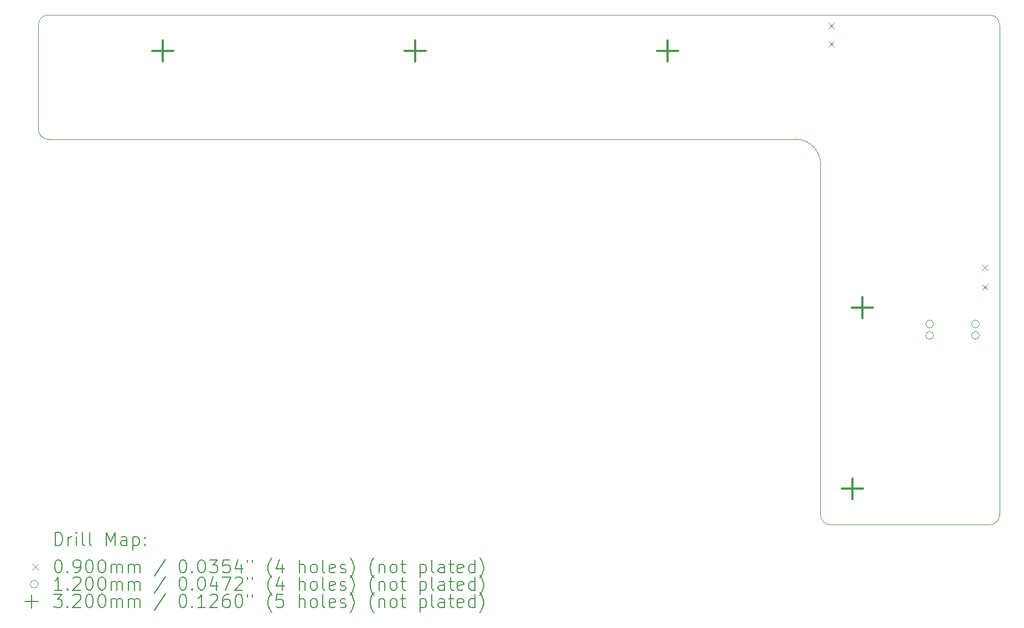
<source format=gbr>
%TF.GenerationSoftware,KiCad,Pcbnew,7.0.8*%
%TF.CreationDate,2023-10-17T10:22:31-07:00*%
%TF.ProjectId,Seismos_CoreL,53656973-6d6f-4735-9f43-6f72654c2e6b,rev?*%
%TF.SameCoordinates,Original*%
%TF.FileFunction,Drillmap*%
%TF.FilePolarity,Positive*%
%FSLAX45Y45*%
G04 Gerber Fmt 4.5, Leading zero omitted, Abs format (unit mm)*
G04 Created by KiCad (PCBNEW 7.0.8) date 2023-10-17 10:22:31*
%MOMM*%
%LPD*%
G01*
G04 APERTURE LIST*
%ADD10C,0.100000*%
%ADD11C,0.200000*%
%ADD12C,0.090000*%
%ADD13C,0.120000*%
%ADD14C,0.320000*%
G04 APERTURE END LIST*
D10*
X15113400Y-9800000D02*
X17550000Y-9800000D01*
X17700000Y-2150000D02*
G75*
G03*
X17550000Y-2000000I-150000J0D01*
G01*
X14963400Y-4281000D02*
X14963400Y-9650000D01*
X14963400Y-9650000D02*
G75*
G03*
X15113400Y-9800000I150000J0D01*
G01*
X3150000Y-3900000D02*
X14582400Y-3900000D01*
X3000000Y-3750000D02*
G75*
G03*
X3150000Y-3900000I150000J0D01*
G01*
X3150000Y-2000000D02*
G75*
G03*
X3000000Y-2150000I0J-150000D01*
G01*
X17700000Y-2150000D02*
X17700000Y-9650000D01*
X17550000Y-9800000D02*
G75*
G03*
X17700000Y-9650000I0J150000D01*
G01*
X14963400Y-4281000D02*
G75*
G03*
X14582400Y-3900000I-381000J0D01*
G01*
X17550000Y-2000000D02*
X3150000Y-2000000D01*
X3000000Y-2150000D02*
X3000000Y-3750000D01*
D11*
D12*
X15083750Y-2119950D02*
X15173750Y-2209950D01*
X15173750Y-2119950D02*
X15083750Y-2209950D01*
X15083750Y-2399950D02*
X15173750Y-2489950D01*
X15173750Y-2399950D02*
X15083750Y-2489950D01*
X17435000Y-5818200D02*
X17525000Y-5908200D01*
X17525000Y-5818200D02*
X17435000Y-5908200D01*
X17435000Y-6118200D02*
X17525000Y-6208200D01*
X17525000Y-6118200D02*
X17435000Y-6208200D01*
D13*
X16693000Y-6727500D02*
G75*
G03*
X16693000Y-6727500I-60000J0D01*
G01*
X16693000Y-6902500D02*
G75*
G03*
X16693000Y-6902500I-60000J0D01*
G01*
X17393000Y-6727500D02*
G75*
G03*
X17393000Y-6727500I-60000J0D01*
G01*
X17393000Y-6902500D02*
G75*
G03*
X17393000Y-6902500I-60000J0D01*
G01*
D14*
X4900000Y-2390000D02*
X4900000Y-2710000D01*
X4740000Y-2550000D02*
X5060000Y-2550000D01*
X8760000Y-2390000D02*
X8760000Y-2710000D01*
X8600000Y-2550000D02*
X8920000Y-2550000D01*
X12620000Y-2390000D02*
X12620000Y-2710000D01*
X12460000Y-2550000D02*
X12780000Y-2550000D01*
X15450000Y-9090000D02*
X15450000Y-9410000D01*
X15290000Y-9250000D02*
X15610000Y-9250000D01*
X15600000Y-6315000D02*
X15600000Y-6635000D01*
X15440000Y-6475000D02*
X15760000Y-6475000D01*
D11*
X3255777Y-10116484D02*
X3255777Y-9916484D01*
X3255777Y-9916484D02*
X3303396Y-9916484D01*
X3303396Y-9916484D02*
X3331967Y-9926008D01*
X3331967Y-9926008D02*
X3351015Y-9945055D01*
X3351015Y-9945055D02*
X3360539Y-9964103D01*
X3360539Y-9964103D02*
X3370062Y-10002198D01*
X3370062Y-10002198D02*
X3370062Y-10030770D01*
X3370062Y-10030770D02*
X3360539Y-10068865D01*
X3360539Y-10068865D02*
X3351015Y-10087912D01*
X3351015Y-10087912D02*
X3331967Y-10106960D01*
X3331967Y-10106960D02*
X3303396Y-10116484D01*
X3303396Y-10116484D02*
X3255777Y-10116484D01*
X3455777Y-10116484D02*
X3455777Y-9983150D01*
X3455777Y-10021246D02*
X3465301Y-10002198D01*
X3465301Y-10002198D02*
X3474824Y-9992674D01*
X3474824Y-9992674D02*
X3493872Y-9983150D01*
X3493872Y-9983150D02*
X3512920Y-9983150D01*
X3579586Y-10116484D02*
X3579586Y-9983150D01*
X3579586Y-9916484D02*
X3570062Y-9926008D01*
X3570062Y-9926008D02*
X3579586Y-9935531D01*
X3579586Y-9935531D02*
X3589110Y-9926008D01*
X3589110Y-9926008D02*
X3579586Y-9916484D01*
X3579586Y-9916484D02*
X3579586Y-9935531D01*
X3703396Y-10116484D02*
X3684348Y-10106960D01*
X3684348Y-10106960D02*
X3674824Y-10087912D01*
X3674824Y-10087912D02*
X3674824Y-9916484D01*
X3808158Y-10116484D02*
X3789110Y-10106960D01*
X3789110Y-10106960D02*
X3779586Y-10087912D01*
X3779586Y-10087912D02*
X3779586Y-9916484D01*
X4036729Y-10116484D02*
X4036729Y-9916484D01*
X4036729Y-9916484D02*
X4103396Y-10059341D01*
X4103396Y-10059341D02*
X4170062Y-9916484D01*
X4170062Y-9916484D02*
X4170062Y-10116484D01*
X4351015Y-10116484D02*
X4351015Y-10011722D01*
X4351015Y-10011722D02*
X4341491Y-9992674D01*
X4341491Y-9992674D02*
X4322444Y-9983150D01*
X4322444Y-9983150D02*
X4284348Y-9983150D01*
X4284348Y-9983150D02*
X4265301Y-9992674D01*
X4351015Y-10106960D02*
X4331967Y-10116484D01*
X4331967Y-10116484D02*
X4284348Y-10116484D01*
X4284348Y-10116484D02*
X4265301Y-10106960D01*
X4265301Y-10106960D02*
X4255777Y-10087912D01*
X4255777Y-10087912D02*
X4255777Y-10068865D01*
X4255777Y-10068865D02*
X4265301Y-10049817D01*
X4265301Y-10049817D02*
X4284348Y-10040293D01*
X4284348Y-10040293D02*
X4331967Y-10040293D01*
X4331967Y-10040293D02*
X4351015Y-10030770D01*
X4446253Y-9983150D02*
X4446253Y-10183150D01*
X4446253Y-9992674D02*
X4465301Y-9983150D01*
X4465301Y-9983150D02*
X4503396Y-9983150D01*
X4503396Y-9983150D02*
X4522444Y-9992674D01*
X4522444Y-9992674D02*
X4531967Y-10002198D01*
X4531967Y-10002198D02*
X4541491Y-10021246D01*
X4541491Y-10021246D02*
X4541491Y-10078389D01*
X4541491Y-10078389D02*
X4531967Y-10097436D01*
X4531967Y-10097436D02*
X4522444Y-10106960D01*
X4522444Y-10106960D02*
X4503396Y-10116484D01*
X4503396Y-10116484D02*
X4465301Y-10116484D01*
X4465301Y-10116484D02*
X4446253Y-10106960D01*
X4627205Y-10097436D02*
X4636729Y-10106960D01*
X4636729Y-10106960D02*
X4627205Y-10116484D01*
X4627205Y-10116484D02*
X4617682Y-10106960D01*
X4617682Y-10106960D02*
X4627205Y-10097436D01*
X4627205Y-10097436D02*
X4627205Y-10116484D01*
X4627205Y-9992674D02*
X4636729Y-10002198D01*
X4636729Y-10002198D02*
X4627205Y-10011722D01*
X4627205Y-10011722D02*
X4617682Y-10002198D01*
X4617682Y-10002198D02*
X4627205Y-9992674D01*
X4627205Y-9992674D02*
X4627205Y-10011722D01*
D12*
X2905000Y-10400000D02*
X2995000Y-10490000D01*
X2995000Y-10400000D02*
X2905000Y-10490000D01*
D11*
X3293872Y-10336484D02*
X3312920Y-10336484D01*
X3312920Y-10336484D02*
X3331967Y-10346008D01*
X3331967Y-10346008D02*
X3341491Y-10355531D01*
X3341491Y-10355531D02*
X3351015Y-10374579D01*
X3351015Y-10374579D02*
X3360539Y-10412674D01*
X3360539Y-10412674D02*
X3360539Y-10460293D01*
X3360539Y-10460293D02*
X3351015Y-10498389D01*
X3351015Y-10498389D02*
X3341491Y-10517436D01*
X3341491Y-10517436D02*
X3331967Y-10526960D01*
X3331967Y-10526960D02*
X3312920Y-10536484D01*
X3312920Y-10536484D02*
X3293872Y-10536484D01*
X3293872Y-10536484D02*
X3274824Y-10526960D01*
X3274824Y-10526960D02*
X3265301Y-10517436D01*
X3265301Y-10517436D02*
X3255777Y-10498389D01*
X3255777Y-10498389D02*
X3246253Y-10460293D01*
X3246253Y-10460293D02*
X3246253Y-10412674D01*
X3246253Y-10412674D02*
X3255777Y-10374579D01*
X3255777Y-10374579D02*
X3265301Y-10355531D01*
X3265301Y-10355531D02*
X3274824Y-10346008D01*
X3274824Y-10346008D02*
X3293872Y-10336484D01*
X3446253Y-10517436D02*
X3455777Y-10526960D01*
X3455777Y-10526960D02*
X3446253Y-10536484D01*
X3446253Y-10536484D02*
X3436729Y-10526960D01*
X3436729Y-10526960D02*
X3446253Y-10517436D01*
X3446253Y-10517436D02*
X3446253Y-10536484D01*
X3551015Y-10536484D02*
X3589110Y-10536484D01*
X3589110Y-10536484D02*
X3608158Y-10526960D01*
X3608158Y-10526960D02*
X3617682Y-10517436D01*
X3617682Y-10517436D02*
X3636729Y-10488865D01*
X3636729Y-10488865D02*
X3646253Y-10450770D01*
X3646253Y-10450770D02*
X3646253Y-10374579D01*
X3646253Y-10374579D02*
X3636729Y-10355531D01*
X3636729Y-10355531D02*
X3627205Y-10346008D01*
X3627205Y-10346008D02*
X3608158Y-10336484D01*
X3608158Y-10336484D02*
X3570062Y-10336484D01*
X3570062Y-10336484D02*
X3551015Y-10346008D01*
X3551015Y-10346008D02*
X3541491Y-10355531D01*
X3541491Y-10355531D02*
X3531967Y-10374579D01*
X3531967Y-10374579D02*
X3531967Y-10422198D01*
X3531967Y-10422198D02*
X3541491Y-10441246D01*
X3541491Y-10441246D02*
X3551015Y-10450770D01*
X3551015Y-10450770D02*
X3570062Y-10460293D01*
X3570062Y-10460293D02*
X3608158Y-10460293D01*
X3608158Y-10460293D02*
X3627205Y-10450770D01*
X3627205Y-10450770D02*
X3636729Y-10441246D01*
X3636729Y-10441246D02*
X3646253Y-10422198D01*
X3770062Y-10336484D02*
X3789110Y-10336484D01*
X3789110Y-10336484D02*
X3808158Y-10346008D01*
X3808158Y-10346008D02*
X3817682Y-10355531D01*
X3817682Y-10355531D02*
X3827205Y-10374579D01*
X3827205Y-10374579D02*
X3836729Y-10412674D01*
X3836729Y-10412674D02*
X3836729Y-10460293D01*
X3836729Y-10460293D02*
X3827205Y-10498389D01*
X3827205Y-10498389D02*
X3817682Y-10517436D01*
X3817682Y-10517436D02*
X3808158Y-10526960D01*
X3808158Y-10526960D02*
X3789110Y-10536484D01*
X3789110Y-10536484D02*
X3770062Y-10536484D01*
X3770062Y-10536484D02*
X3751015Y-10526960D01*
X3751015Y-10526960D02*
X3741491Y-10517436D01*
X3741491Y-10517436D02*
X3731967Y-10498389D01*
X3731967Y-10498389D02*
X3722443Y-10460293D01*
X3722443Y-10460293D02*
X3722443Y-10412674D01*
X3722443Y-10412674D02*
X3731967Y-10374579D01*
X3731967Y-10374579D02*
X3741491Y-10355531D01*
X3741491Y-10355531D02*
X3751015Y-10346008D01*
X3751015Y-10346008D02*
X3770062Y-10336484D01*
X3960539Y-10336484D02*
X3979586Y-10336484D01*
X3979586Y-10336484D02*
X3998634Y-10346008D01*
X3998634Y-10346008D02*
X4008158Y-10355531D01*
X4008158Y-10355531D02*
X4017682Y-10374579D01*
X4017682Y-10374579D02*
X4027205Y-10412674D01*
X4027205Y-10412674D02*
X4027205Y-10460293D01*
X4027205Y-10460293D02*
X4017682Y-10498389D01*
X4017682Y-10498389D02*
X4008158Y-10517436D01*
X4008158Y-10517436D02*
X3998634Y-10526960D01*
X3998634Y-10526960D02*
X3979586Y-10536484D01*
X3979586Y-10536484D02*
X3960539Y-10536484D01*
X3960539Y-10536484D02*
X3941491Y-10526960D01*
X3941491Y-10526960D02*
X3931967Y-10517436D01*
X3931967Y-10517436D02*
X3922443Y-10498389D01*
X3922443Y-10498389D02*
X3912920Y-10460293D01*
X3912920Y-10460293D02*
X3912920Y-10412674D01*
X3912920Y-10412674D02*
X3922443Y-10374579D01*
X3922443Y-10374579D02*
X3931967Y-10355531D01*
X3931967Y-10355531D02*
X3941491Y-10346008D01*
X3941491Y-10346008D02*
X3960539Y-10336484D01*
X4112920Y-10536484D02*
X4112920Y-10403150D01*
X4112920Y-10422198D02*
X4122443Y-10412674D01*
X4122443Y-10412674D02*
X4141491Y-10403150D01*
X4141491Y-10403150D02*
X4170063Y-10403150D01*
X4170063Y-10403150D02*
X4189110Y-10412674D01*
X4189110Y-10412674D02*
X4198634Y-10431722D01*
X4198634Y-10431722D02*
X4198634Y-10536484D01*
X4198634Y-10431722D02*
X4208158Y-10412674D01*
X4208158Y-10412674D02*
X4227205Y-10403150D01*
X4227205Y-10403150D02*
X4255777Y-10403150D01*
X4255777Y-10403150D02*
X4274825Y-10412674D01*
X4274825Y-10412674D02*
X4284348Y-10431722D01*
X4284348Y-10431722D02*
X4284348Y-10536484D01*
X4379586Y-10536484D02*
X4379586Y-10403150D01*
X4379586Y-10422198D02*
X4389110Y-10412674D01*
X4389110Y-10412674D02*
X4408158Y-10403150D01*
X4408158Y-10403150D02*
X4436729Y-10403150D01*
X4436729Y-10403150D02*
X4455777Y-10412674D01*
X4455777Y-10412674D02*
X4465301Y-10431722D01*
X4465301Y-10431722D02*
X4465301Y-10536484D01*
X4465301Y-10431722D02*
X4474825Y-10412674D01*
X4474825Y-10412674D02*
X4493872Y-10403150D01*
X4493872Y-10403150D02*
X4522444Y-10403150D01*
X4522444Y-10403150D02*
X4541491Y-10412674D01*
X4541491Y-10412674D02*
X4551015Y-10431722D01*
X4551015Y-10431722D02*
X4551015Y-10536484D01*
X4941491Y-10326960D02*
X4770063Y-10584103D01*
X5198634Y-10336484D02*
X5217682Y-10336484D01*
X5217682Y-10336484D02*
X5236729Y-10346008D01*
X5236729Y-10346008D02*
X5246253Y-10355531D01*
X5246253Y-10355531D02*
X5255777Y-10374579D01*
X5255777Y-10374579D02*
X5265301Y-10412674D01*
X5265301Y-10412674D02*
X5265301Y-10460293D01*
X5265301Y-10460293D02*
X5255777Y-10498389D01*
X5255777Y-10498389D02*
X5246253Y-10517436D01*
X5246253Y-10517436D02*
X5236729Y-10526960D01*
X5236729Y-10526960D02*
X5217682Y-10536484D01*
X5217682Y-10536484D02*
X5198634Y-10536484D01*
X5198634Y-10536484D02*
X5179587Y-10526960D01*
X5179587Y-10526960D02*
X5170063Y-10517436D01*
X5170063Y-10517436D02*
X5160539Y-10498389D01*
X5160539Y-10498389D02*
X5151015Y-10460293D01*
X5151015Y-10460293D02*
X5151015Y-10412674D01*
X5151015Y-10412674D02*
X5160539Y-10374579D01*
X5160539Y-10374579D02*
X5170063Y-10355531D01*
X5170063Y-10355531D02*
X5179587Y-10346008D01*
X5179587Y-10346008D02*
X5198634Y-10336484D01*
X5351015Y-10517436D02*
X5360539Y-10526960D01*
X5360539Y-10526960D02*
X5351015Y-10536484D01*
X5351015Y-10536484D02*
X5341491Y-10526960D01*
X5341491Y-10526960D02*
X5351015Y-10517436D01*
X5351015Y-10517436D02*
X5351015Y-10536484D01*
X5484348Y-10336484D02*
X5503396Y-10336484D01*
X5503396Y-10336484D02*
X5522444Y-10346008D01*
X5522444Y-10346008D02*
X5531968Y-10355531D01*
X5531968Y-10355531D02*
X5541491Y-10374579D01*
X5541491Y-10374579D02*
X5551015Y-10412674D01*
X5551015Y-10412674D02*
X5551015Y-10460293D01*
X5551015Y-10460293D02*
X5541491Y-10498389D01*
X5541491Y-10498389D02*
X5531968Y-10517436D01*
X5531968Y-10517436D02*
X5522444Y-10526960D01*
X5522444Y-10526960D02*
X5503396Y-10536484D01*
X5503396Y-10536484D02*
X5484348Y-10536484D01*
X5484348Y-10536484D02*
X5465301Y-10526960D01*
X5465301Y-10526960D02*
X5455777Y-10517436D01*
X5455777Y-10517436D02*
X5446253Y-10498389D01*
X5446253Y-10498389D02*
X5436729Y-10460293D01*
X5436729Y-10460293D02*
X5436729Y-10412674D01*
X5436729Y-10412674D02*
X5446253Y-10374579D01*
X5446253Y-10374579D02*
X5455777Y-10355531D01*
X5455777Y-10355531D02*
X5465301Y-10346008D01*
X5465301Y-10346008D02*
X5484348Y-10336484D01*
X5617682Y-10336484D02*
X5741491Y-10336484D01*
X5741491Y-10336484D02*
X5674825Y-10412674D01*
X5674825Y-10412674D02*
X5703396Y-10412674D01*
X5703396Y-10412674D02*
X5722444Y-10422198D01*
X5722444Y-10422198D02*
X5731967Y-10431722D01*
X5731967Y-10431722D02*
X5741491Y-10450770D01*
X5741491Y-10450770D02*
X5741491Y-10498389D01*
X5741491Y-10498389D02*
X5731967Y-10517436D01*
X5731967Y-10517436D02*
X5722444Y-10526960D01*
X5722444Y-10526960D02*
X5703396Y-10536484D01*
X5703396Y-10536484D02*
X5646253Y-10536484D01*
X5646253Y-10536484D02*
X5627206Y-10526960D01*
X5627206Y-10526960D02*
X5617682Y-10517436D01*
X5922444Y-10336484D02*
X5827206Y-10336484D01*
X5827206Y-10336484D02*
X5817682Y-10431722D01*
X5817682Y-10431722D02*
X5827206Y-10422198D01*
X5827206Y-10422198D02*
X5846253Y-10412674D01*
X5846253Y-10412674D02*
X5893872Y-10412674D01*
X5893872Y-10412674D02*
X5912920Y-10422198D01*
X5912920Y-10422198D02*
X5922444Y-10431722D01*
X5922444Y-10431722D02*
X5931967Y-10450770D01*
X5931967Y-10450770D02*
X5931967Y-10498389D01*
X5931967Y-10498389D02*
X5922444Y-10517436D01*
X5922444Y-10517436D02*
X5912920Y-10526960D01*
X5912920Y-10526960D02*
X5893872Y-10536484D01*
X5893872Y-10536484D02*
X5846253Y-10536484D01*
X5846253Y-10536484D02*
X5827206Y-10526960D01*
X5827206Y-10526960D02*
X5817682Y-10517436D01*
X6103396Y-10403150D02*
X6103396Y-10536484D01*
X6055777Y-10326960D02*
X6008158Y-10469817D01*
X6008158Y-10469817D02*
X6131967Y-10469817D01*
X6198634Y-10336484D02*
X6198634Y-10374579D01*
X6274825Y-10336484D02*
X6274825Y-10374579D01*
X6570063Y-10612674D02*
X6560539Y-10603150D01*
X6560539Y-10603150D02*
X6541491Y-10574579D01*
X6541491Y-10574579D02*
X6531968Y-10555531D01*
X6531968Y-10555531D02*
X6522444Y-10526960D01*
X6522444Y-10526960D02*
X6512920Y-10479341D01*
X6512920Y-10479341D02*
X6512920Y-10441246D01*
X6512920Y-10441246D02*
X6522444Y-10393627D01*
X6522444Y-10393627D02*
X6531968Y-10365055D01*
X6531968Y-10365055D02*
X6541491Y-10346008D01*
X6541491Y-10346008D02*
X6560539Y-10317436D01*
X6560539Y-10317436D02*
X6570063Y-10307912D01*
X6731968Y-10403150D02*
X6731968Y-10536484D01*
X6684348Y-10326960D02*
X6636729Y-10469817D01*
X6636729Y-10469817D02*
X6760539Y-10469817D01*
X6989110Y-10536484D02*
X6989110Y-10336484D01*
X7074825Y-10536484D02*
X7074825Y-10431722D01*
X7074825Y-10431722D02*
X7065301Y-10412674D01*
X7065301Y-10412674D02*
X7046253Y-10403150D01*
X7046253Y-10403150D02*
X7017682Y-10403150D01*
X7017682Y-10403150D02*
X6998634Y-10412674D01*
X6998634Y-10412674D02*
X6989110Y-10422198D01*
X7198634Y-10536484D02*
X7179587Y-10526960D01*
X7179587Y-10526960D02*
X7170063Y-10517436D01*
X7170063Y-10517436D02*
X7160539Y-10498389D01*
X7160539Y-10498389D02*
X7160539Y-10441246D01*
X7160539Y-10441246D02*
X7170063Y-10422198D01*
X7170063Y-10422198D02*
X7179587Y-10412674D01*
X7179587Y-10412674D02*
X7198634Y-10403150D01*
X7198634Y-10403150D02*
X7227206Y-10403150D01*
X7227206Y-10403150D02*
X7246253Y-10412674D01*
X7246253Y-10412674D02*
X7255777Y-10422198D01*
X7255777Y-10422198D02*
X7265301Y-10441246D01*
X7265301Y-10441246D02*
X7265301Y-10498389D01*
X7265301Y-10498389D02*
X7255777Y-10517436D01*
X7255777Y-10517436D02*
X7246253Y-10526960D01*
X7246253Y-10526960D02*
X7227206Y-10536484D01*
X7227206Y-10536484D02*
X7198634Y-10536484D01*
X7379587Y-10536484D02*
X7360539Y-10526960D01*
X7360539Y-10526960D02*
X7351015Y-10507912D01*
X7351015Y-10507912D02*
X7351015Y-10336484D01*
X7531968Y-10526960D02*
X7512920Y-10536484D01*
X7512920Y-10536484D02*
X7474825Y-10536484D01*
X7474825Y-10536484D02*
X7455777Y-10526960D01*
X7455777Y-10526960D02*
X7446253Y-10507912D01*
X7446253Y-10507912D02*
X7446253Y-10431722D01*
X7446253Y-10431722D02*
X7455777Y-10412674D01*
X7455777Y-10412674D02*
X7474825Y-10403150D01*
X7474825Y-10403150D02*
X7512920Y-10403150D01*
X7512920Y-10403150D02*
X7531968Y-10412674D01*
X7531968Y-10412674D02*
X7541491Y-10431722D01*
X7541491Y-10431722D02*
X7541491Y-10450770D01*
X7541491Y-10450770D02*
X7446253Y-10469817D01*
X7617682Y-10526960D02*
X7636730Y-10536484D01*
X7636730Y-10536484D02*
X7674825Y-10536484D01*
X7674825Y-10536484D02*
X7693872Y-10526960D01*
X7693872Y-10526960D02*
X7703396Y-10507912D01*
X7703396Y-10507912D02*
X7703396Y-10498389D01*
X7703396Y-10498389D02*
X7693872Y-10479341D01*
X7693872Y-10479341D02*
X7674825Y-10469817D01*
X7674825Y-10469817D02*
X7646253Y-10469817D01*
X7646253Y-10469817D02*
X7627206Y-10460293D01*
X7627206Y-10460293D02*
X7617682Y-10441246D01*
X7617682Y-10441246D02*
X7617682Y-10431722D01*
X7617682Y-10431722D02*
X7627206Y-10412674D01*
X7627206Y-10412674D02*
X7646253Y-10403150D01*
X7646253Y-10403150D02*
X7674825Y-10403150D01*
X7674825Y-10403150D02*
X7693872Y-10412674D01*
X7770063Y-10612674D02*
X7779587Y-10603150D01*
X7779587Y-10603150D02*
X7798634Y-10574579D01*
X7798634Y-10574579D02*
X7808158Y-10555531D01*
X7808158Y-10555531D02*
X7817682Y-10526960D01*
X7817682Y-10526960D02*
X7827206Y-10479341D01*
X7827206Y-10479341D02*
X7827206Y-10441246D01*
X7827206Y-10441246D02*
X7817682Y-10393627D01*
X7817682Y-10393627D02*
X7808158Y-10365055D01*
X7808158Y-10365055D02*
X7798634Y-10346008D01*
X7798634Y-10346008D02*
X7779587Y-10317436D01*
X7779587Y-10317436D02*
X7770063Y-10307912D01*
X8131968Y-10612674D02*
X8122444Y-10603150D01*
X8122444Y-10603150D02*
X8103396Y-10574579D01*
X8103396Y-10574579D02*
X8093872Y-10555531D01*
X8093872Y-10555531D02*
X8084349Y-10526960D01*
X8084349Y-10526960D02*
X8074825Y-10479341D01*
X8074825Y-10479341D02*
X8074825Y-10441246D01*
X8074825Y-10441246D02*
X8084349Y-10393627D01*
X8084349Y-10393627D02*
X8093872Y-10365055D01*
X8093872Y-10365055D02*
X8103396Y-10346008D01*
X8103396Y-10346008D02*
X8122444Y-10317436D01*
X8122444Y-10317436D02*
X8131968Y-10307912D01*
X8208158Y-10403150D02*
X8208158Y-10536484D01*
X8208158Y-10422198D02*
X8217682Y-10412674D01*
X8217682Y-10412674D02*
X8236730Y-10403150D01*
X8236730Y-10403150D02*
X8265301Y-10403150D01*
X8265301Y-10403150D02*
X8284349Y-10412674D01*
X8284349Y-10412674D02*
X8293872Y-10431722D01*
X8293872Y-10431722D02*
X8293872Y-10536484D01*
X8417682Y-10536484D02*
X8398634Y-10526960D01*
X8398634Y-10526960D02*
X8389111Y-10517436D01*
X8389111Y-10517436D02*
X8379587Y-10498389D01*
X8379587Y-10498389D02*
X8379587Y-10441246D01*
X8379587Y-10441246D02*
X8389111Y-10422198D01*
X8389111Y-10422198D02*
X8398634Y-10412674D01*
X8398634Y-10412674D02*
X8417682Y-10403150D01*
X8417682Y-10403150D02*
X8446254Y-10403150D01*
X8446254Y-10403150D02*
X8465301Y-10412674D01*
X8465301Y-10412674D02*
X8474825Y-10422198D01*
X8474825Y-10422198D02*
X8484349Y-10441246D01*
X8484349Y-10441246D02*
X8484349Y-10498389D01*
X8484349Y-10498389D02*
X8474825Y-10517436D01*
X8474825Y-10517436D02*
X8465301Y-10526960D01*
X8465301Y-10526960D02*
X8446254Y-10536484D01*
X8446254Y-10536484D02*
X8417682Y-10536484D01*
X8541492Y-10403150D02*
X8617682Y-10403150D01*
X8570063Y-10336484D02*
X8570063Y-10507912D01*
X8570063Y-10507912D02*
X8579587Y-10526960D01*
X8579587Y-10526960D02*
X8598634Y-10536484D01*
X8598634Y-10536484D02*
X8617682Y-10536484D01*
X8836730Y-10403150D02*
X8836730Y-10603150D01*
X8836730Y-10412674D02*
X8855777Y-10403150D01*
X8855777Y-10403150D02*
X8893873Y-10403150D01*
X8893873Y-10403150D02*
X8912920Y-10412674D01*
X8912920Y-10412674D02*
X8922444Y-10422198D01*
X8922444Y-10422198D02*
X8931968Y-10441246D01*
X8931968Y-10441246D02*
X8931968Y-10498389D01*
X8931968Y-10498389D02*
X8922444Y-10517436D01*
X8922444Y-10517436D02*
X8912920Y-10526960D01*
X8912920Y-10526960D02*
X8893873Y-10536484D01*
X8893873Y-10536484D02*
X8855777Y-10536484D01*
X8855777Y-10536484D02*
X8836730Y-10526960D01*
X9046254Y-10536484D02*
X9027206Y-10526960D01*
X9027206Y-10526960D02*
X9017682Y-10507912D01*
X9017682Y-10507912D02*
X9017682Y-10336484D01*
X9208158Y-10536484D02*
X9208158Y-10431722D01*
X9208158Y-10431722D02*
X9198635Y-10412674D01*
X9198635Y-10412674D02*
X9179587Y-10403150D01*
X9179587Y-10403150D02*
X9141492Y-10403150D01*
X9141492Y-10403150D02*
X9122444Y-10412674D01*
X9208158Y-10526960D02*
X9189111Y-10536484D01*
X9189111Y-10536484D02*
X9141492Y-10536484D01*
X9141492Y-10536484D02*
X9122444Y-10526960D01*
X9122444Y-10526960D02*
X9112920Y-10507912D01*
X9112920Y-10507912D02*
X9112920Y-10488865D01*
X9112920Y-10488865D02*
X9122444Y-10469817D01*
X9122444Y-10469817D02*
X9141492Y-10460293D01*
X9141492Y-10460293D02*
X9189111Y-10460293D01*
X9189111Y-10460293D02*
X9208158Y-10450770D01*
X9274825Y-10403150D02*
X9351015Y-10403150D01*
X9303396Y-10336484D02*
X9303396Y-10507912D01*
X9303396Y-10507912D02*
X9312920Y-10526960D01*
X9312920Y-10526960D02*
X9331968Y-10536484D01*
X9331968Y-10536484D02*
X9351015Y-10536484D01*
X9493873Y-10526960D02*
X9474825Y-10536484D01*
X9474825Y-10536484D02*
X9436730Y-10536484D01*
X9436730Y-10536484D02*
X9417682Y-10526960D01*
X9417682Y-10526960D02*
X9408158Y-10507912D01*
X9408158Y-10507912D02*
X9408158Y-10431722D01*
X9408158Y-10431722D02*
X9417682Y-10412674D01*
X9417682Y-10412674D02*
X9436730Y-10403150D01*
X9436730Y-10403150D02*
X9474825Y-10403150D01*
X9474825Y-10403150D02*
X9493873Y-10412674D01*
X9493873Y-10412674D02*
X9503396Y-10431722D01*
X9503396Y-10431722D02*
X9503396Y-10450770D01*
X9503396Y-10450770D02*
X9408158Y-10469817D01*
X9674825Y-10536484D02*
X9674825Y-10336484D01*
X9674825Y-10526960D02*
X9655777Y-10536484D01*
X9655777Y-10536484D02*
X9617682Y-10536484D01*
X9617682Y-10536484D02*
X9598635Y-10526960D01*
X9598635Y-10526960D02*
X9589111Y-10517436D01*
X9589111Y-10517436D02*
X9579587Y-10498389D01*
X9579587Y-10498389D02*
X9579587Y-10441246D01*
X9579587Y-10441246D02*
X9589111Y-10422198D01*
X9589111Y-10422198D02*
X9598635Y-10412674D01*
X9598635Y-10412674D02*
X9617682Y-10403150D01*
X9617682Y-10403150D02*
X9655777Y-10403150D01*
X9655777Y-10403150D02*
X9674825Y-10412674D01*
X9751016Y-10612674D02*
X9760539Y-10603150D01*
X9760539Y-10603150D02*
X9779587Y-10574579D01*
X9779587Y-10574579D02*
X9789111Y-10555531D01*
X9789111Y-10555531D02*
X9798635Y-10526960D01*
X9798635Y-10526960D02*
X9808158Y-10479341D01*
X9808158Y-10479341D02*
X9808158Y-10441246D01*
X9808158Y-10441246D02*
X9798635Y-10393627D01*
X9798635Y-10393627D02*
X9789111Y-10365055D01*
X9789111Y-10365055D02*
X9779587Y-10346008D01*
X9779587Y-10346008D02*
X9760539Y-10317436D01*
X9760539Y-10317436D02*
X9751016Y-10307912D01*
D13*
X2995000Y-10709000D02*
G75*
G03*
X2995000Y-10709000I-60000J0D01*
G01*
D11*
X3360539Y-10800484D02*
X3246253Y-10800484D01*
X3303396Y-10800484D02*
X3303396Y-10600484D01*
X3303396Y-10600484D02*
X3284348Y-10629055D01*
X3284348Y-10629055D02*
X3265301Y-10648103D01*
X3265301Y-10648103D02*
X3246253Y-10657627D01*
X3446253Y-10781436D02*
X3455777Y-10790960D01*
X3455777Y-10790960D02*
X3446253Y-10800484D01*
X3446253Y-10800484D02*
X3436729Y-10790960D01*
X3436729Y-10790960D02*
X3446253Y-10781436D01*
X3446253Y-10781436D02*
X3446253Y-10800484D01*
X3531967Y-10619531D02*
X3541491Y-10610008D01*
X3541491Y-10610008D02*
X3560539Y-10600484D01*
X3560539Y-10600484D02*
X3608158Y-10600484D01*
X3608158Y-10600484D02*
X3627205Y-10610008D01*
X3627205Y-10610008D02*
X3636729Y-10619531D01*
X3636729Y-10619531D02*
X3646253Y-10638579D01*
X3646253Y-10638579D02*
X3646253Y-10657627D01*
X3646253Y-10657627D02*
X3636729Y-10686198D01*
X3636729Y-10686198D02*
X3522443Y-10800484D01*
X3522443Y-10800484D02*
X3646253Y-10800484D01*
X3770062Y-10600484D02*
X3789110Y-10600484D01*
X3789110Y-10600484D02*
X3808158Y-10610008D01*
X3808158Y-10610008D02*
X3817682Y-10619531D01*
X3817682Y-10619531D02*
X3827205Y-10638579D01*
X3827205Y-10638579D02*
X3836729Y-10676674D01*
X3836729Y-10676674D02*
X3836729Y-10724293D01*
X3836729Y-10724293D02*
X3827205Y-10762389D01*
X3827205Y-10762389D02*
X3817682Y-10781436D01*
X3817682Y-10781436D02*
X3808158Y-10790960D01*
X3808158Y-10790960D02*
X3789110Y-10800484D01*
X3789110Y-10800484D02*
X3770062Y-10800484D01*
X3770062Y-10800484D02*
X3751015Y-10790960D01*
X3751015Y-10790960D02*
X3741491Y-10781436D01*
X3741491Y-10781436D02*
X3731967Y-10762389D01*
X3731967Y-10762389D02*
X3722443Y-10724293D01*
X3722443Y-10724293D02*
X3722443Y-10676674D01*
X3722443Y-10676674D02*
X3731967Y-10638579D01*
X3731967Y-10638579D02*
X3741491Y-10619531D01*
X3741491Y-10619531D02*
X3751015Y-10610008D01*
X3751015Y-10610008D02*
X3770062Y-10600484D01*
X3960539Y-10600484D02*
X3979586Y-10600484D01*
X3979586Y-10600484D02*
X3998634Y-10610008D01*
X3998634Y-10610008D02*
X4008158Y-10619531D01*
X4008158Y-10619531D02*
X4017682Y-10638579D01*
X4017682Y-10638579D02*
X4027205Y-10676674D01*
X4027205Y-10676674D02*
X4027205Y-10724293D01*
X4027205Y-10724293D02*
X4017682Y-10762389D01*
X4017682Y-10762389D02*
X4008158Y-10781436D01*
X4008158Y-10781436D02*
X3998634Y-10790960D01*
X3998634Y-10790960D02*
X3979586Y-10800484D01*
X3979586Y-10800484D02*
X3960539Y-10800484D01*
X3960539Y-10800484D02*
X3941491Y-10790960D01*
X3941491Y-10790960D02*
X3931967Y-10781436D01*
X3931967Y-10781436D02*
X3922443Y-10762389D01*
X3922443Y-10762389D02*
X3912920Y-10724293D01*
X3912920Y-10724293D02*
X3912920Y-10676674D01*
X3912920Y-10676674D02*
X3922443Y-10638579D01*
X3922443Y-10638579D02*
X3931967Y-10619531D01*
X3931967Y-10619531D02*
X3941491Y-10610008D01*
X3941491Y-10610008D02*
X3960539Y-10600484D01*
X4112920Y-10800484D02*
X4112920Y-10667150D01*
X4112920Y-10686198D02*
X4122443Y-10676674D01*
X4122443Y-10676674D02*
X4141491Y-10667150D01*
X4141491Y-10667150D02*
X4170063Y-10667150D01*
X4170063Y-10667150D02*
X4189110Y-10676674D01*
X4189110Y-10676674D02*
X4198634Y-10695722D01*
X4198634Y-10695722D02*
X4198634Y-10800484D01*
X4198634Y-10695722D02*
X4208158Y-10676674D01*
X4208158Y-10676674D02*
X4227205Y-10667150D01*
X4227205Y-10667150D02*
X4255777Y-10667150D01*
X4255777Y-10667150D02*
X4274825Y-10676674D01*
X4274825Y-10676674D02*
X4284348Y-10695722D01*
X4284348Y-10695722D02*
X4284348Y-10800484D01*
X4379586Y-10800484D02*
X4379586Y-10667150D01*
X4379586Y-10686198D02*
X4389110Y-10676674D01*
X4389110Y-10676674D02*
X4408158Y-10667150D01*
X4408158Y-10667150D02*
X4436729Y-10667150D01*
X4436729Y-10667150D02*
X4455777Y-10676674D01*
X4455777Y-10676674D02*
X4465301Y-10695722D01*
X4465301Y-10695722D02*
X4465301Y-10800484D01*
X4465301Y-10695722D02*
X4474825Y-10676674D01*
X4474825Y-10676674D02*
X4493872Y-10667150D01*
X4493872Y-10667150D02*
X4522444Y-10667150D01*
X4522444Y-10667150D02*
X4541491Y-10676674D01*
X4541491Y-10676674D02*
X4551015Y-10695722D01*
X4551015Y-10695722D02*
X4551015Y-10800484D01*
X4941491Y-10590960D02*
X4770063Y-10848103D01*
X5198634Y-10600484D02*
X5217682Y-10600484D01*
X5217682Y-10600484D02*
X5236729Y-10610008D01*
X5236729Y-10610008D02*
X5246253Y-10619531D01*
X5246253Y-10619531D02*
X5255777Y-10638579D01*
X5255777Y-10638579D02*
X5265301Y-10676674D01*
X5265301Y-10676674D02*
X5265301Y-10724293D01*
X5265301Y-10724293D02*
X5255777Y-10762389D01*
X5255777Y-10762389D02*
X5246253Y-10781436D01*
X5246253Y-10781436D02*
X5236729Y-10790960D01*
X5236729Y-10790960D02*
X5217682Y-10800484D01*
X5217682Y-10800484D02*
X5198634Y-10800484D01*
X5198634Y-10800484D02*
X5179587Y-10790960D01*
X5179587Y-10790960D02*
X5170063Y-10781436D01*
X5170063Y-10781436D02*
X5160539Y-10762389D01*
X5160539Y-10762389D02*
X5151015Y-10724293D01*
X5151015Y-10724293D02*
X5151015Y-10676674D01*
X5151015Y-10676674D02*
X5160539Y-10638579D01*
X5160539Y-10638579D02*
X5170063Y-10619531D01*
X5170063Y-10619531D02*
X5179587Y-10610008D01*
X5179587Y-10610008D02*
X5198634Y-10600484D01*
X5351015Y-10781436D02*
X5360539Y-10790960D01*
X5360539Y-10790960D02*
X5351015Y-10800484D01*
X5351015Y-10800484D02*
X5341491Y-10790960D01*
X5341491Y-10790960D02*
X5351015Y-10781436D01*
X5351015Y-10781436D02*
X5351015Y-10800484D01*
X5484348Y-10600484D02*
X5503396Y-10600484D01*
X5503396Y-10600484D02*
X5522444Y-10610008D01*
X5522444Y-10610008D02*
X5531968Y-10619531D01*
X5531968Y-10619531D02*
X5541491Y-10638579D01*
X5541491Y-10638579D02*
X5551015Y-10676674D01*
X5551015Y-10676674D02*
X5551015Y-10724293D01*
X5551015Y-10724293D02*
X5541491Y-10762389D01*
X5541491Y-10762389D02*
X5531968Y-10781436D01*
X5531968Y-10781436D02*
X5522444Y-10790960D01*
X5522444Y-10790960D02*
X5503396Y-10800484D01*
X5503396Y-10800484D02*
X5484348Y-10800484D01*
X5484348Y-10800484D02*
X5465301Y-10790960D01*
X5465301Y-10790960D02*
X5455777Y-10781436D01*
X5455777Y-10781436D02*
X5446253Y-10762389D01*
X5446253Y-10762389D02*
X5436729Y-10724293D01*
X5436729Y-10724293D02*
X5436729Y-10676674D01*
X5436729Y-10676674D02*
X5446253Y-10638579D01*
X5446253Y-10638579D02*
X5455777Y-10619531D01*
X5455777Y-10619531D02*
X5465301Y-10610008D01*
X5465301Y-10610008D02*
X5484348Y-10600484D01*
X5722444Y-10667150D02*
X5722444Y-10800484D01*
X5674825Y-10590960D02*
X5627206Y-10733817D01*
X5627206Y-10733817D02*
X5751015Y-10733817D01*
X5808158Y-10600484D02*
X5941491Y-10600484D01*
X5941491Y-10600484D02*
X5855777Y-10800484D01*
X6008158Y-10619531D02*
X6017682Y-10610008D01*
X6017682Y-10610008D02*
X6036729Y-10600484D01*
X6036729Y-10600484D02*
X6084348Y-10600484D01*
X6084348Y-10600484D02*
X6103396Y-10610008D01*
X6103396Y-10610008D02*
X6112920Y-10619531D01*
X6112920Y-10619531D02*
X6122444Y-10638579D01*
X6122444Y-10638579D02*
X6122444Y-10657627D01*
X6122444Y-10657627D02*
X6112920Y-10686198D01*
X6112920Y-10686198D02*
X5998634Y-10800484D01*
X5998634Y-10800484D02*
X6122444Y-10800484D01*
X6198634Y-10600484D02*
X6198634Y-10638579D01*
X6274825Y-10600484D02*
X6274825Y-10638579D01*
X6570063Y-10876674D02*
X6560539Y-10867150D01*
X6560539Y-10867150D02*
X6541491Y-10838579D01*
X6541491Y-10838579D02*
X6531968Y-10819531D01*
X6531968Y-10819531D02*
X6522444Y-10790960D01*
X6522444Y-10790960D02*
X6512920Y-10743341D01*
X6512920Y-10743341D02*
X6512920Y-10705246D01*
X6512920Y-10705246D02*
X6522444Y-10657627D01*
X6522444Y-10657627D02*
X6531968Y-10629055D01*
X6531968Y-10629055D02*
X6541491Y-10610008D01*
X6541491Y-10610008D02*
X6560539Y-10581436D01*
X6560539Y-10581436D02*
X6570063Y-10571912D01*
X6731968Y-10667150D02*
X6731968Y-10800484D01*
X6684348Y-10590960D02*
X6636729Y-10733817D01*
X6636729Y-10733817D02*
X6760539Y-10733817D01*
X6989110Y-10800484D02*
X6989110Y-10600484D01*
X7074825Y-10800484D02*
X7074825Y-10695722D01*
X7074825Y-10695722D02*
X7065301Y-10676674D01*
X7065301Y-10676674D02*
X7046253Y-10667150D01*
X7046253Y-10667150D02*
X7017682Y-10667150D01*
X7017682Y-10667150D02*
X6998634Y-10676674D01*
X6998634Y-10676674D02*
X6989110Y-10686198D01*
X7198634Y-10800484D02*
X7179587Y-10790960D01*
X7179587Y-10790960D02*
X7170063Y-10781436D01*
X7170063Y-10781436D02*
X7160539Y-10762389D01*
X7160539Y-10762389D02*
X7160539Y-10705246D01*
X7160539Y-10705246D02*
X7170063Y-10686198D01*
X7170063Y-10686198D02*
X7179587Y-10676674D01*
X7179587Y-10676674D02*
X7198634Y-10667150D01*
X7198634Y-10667150D02*
X7227206Y-10667150D01*
X7227206Y-10667150D02*
X7246253Y-10676674D01*
X7246253Y-10676674D02*
X7255777Y-10686198D01*
X7255777Y-10686198D02*
X7265301Y-10705246D01*
X7265301Y-10705246D02*
X7265301Y-10762389D01*
X7265301Y-10762389D02*
X7255777Y-10781436D01*
X7255777Y-10781436D02*
X7246253Y-10790960D01*
X7246253Y-10790960D02*
X7227206Y-10800484D01*
X7227206Y-10800484D02*
X7198634Y-10800484D01*
X7379587Y-10800484D02*
X7360539Y-10790960D01*
X7360539Y-10790960D02*
X7351015Y-10771912D01*
X7351015Y-10771912D02*
X7351015Y-10600484D01*
X7531968Y-10790960D02*
X7512920Y-10800484D01*
X7512920Y-10800484D02*
X7474825Y-10800484D01*
X7474825Y-10800484D02*
X7455777Y-10790960D01*
X7455777Y-10790960D02*
X7446253Y-10771912D01*
X7446253Y-10771912D02*
X7446253Y-10695722D01*
X7446253Y-10695722D02*
X7455777Y-10676674D01*
X7455777Y-10676674D02*
X7474825Y-10667150D01*
X7474825Y-10667150D02*
X7512920Y-10667150D01*
X7512920Y-10667150D02*
X7531968Y-10676674D01*
X7531968Y-10676674D02*
X7541491Y-10695722D01*
X7541491Y-10695722D02*
X7541491Y-10714770D01*
X7541491Y-10714770D02*
X7446253Y-10733817D01*
X7617682Y-10790960D02*
X7636730Y-10800484D01*
X7636730Y-10800484D02*
X7674825Y-10800484D01*
X7674825Y-10800484D02*
X7693872Y-10790960D01*
X7693872Y-10790960D02*
X7703396Y-10771912D01*
X7703396Y-10771912D02*
X7703396Y-10762389D01*
X7703396Y-10762389D02*
X7693872Y-10743341D01*
X7693872Y-10743341D02*
X7674825Y-10733817D01*
X7674825Y-10733817D02*
X7646253Y-10733817D01*
X7646253Y-10733817D02*
X7627206Y-10724293D01*
X7627206Y-10724293D02*
X7617682Y-10705246D01*
X7617682Y-10705246D02*
X7617682Y-10695722D01*
X7617682Y-10695722D02*
X7627206Y-10676674D01*
X7627206Y-10676674D02*
X7646253Y-10667150D01*
X7646253Y-10667150D02*
X7674825Y-10667150D01*
X7674825Y-10667150D02*
X7693872Y-10676674D01*
X7770063Y-10876674D02*
X7779587Y-10867150D01*
X7779587Y-10867150D02*
X7798634Y-10838579D01*
X7798634Y-10838579D02*
X7808158Y-10819531D01*
X7808158Y-10819531D02*
X7817682Y-10790960D01*
X7817682Y-10790960D02*
X7827206Y-10743341D01*
X7827206Y-10743341D02*
X7827206Y-10705246D01*
X7827206Y-10705246D02*
X7817682Y-10657627D01*
X7817682Y-10657627D02*
X7808158Y-10629055D01*
X7808158Y-10629055D02*
X7798634Y-10610008D01*
X7798634Y-10610008D02*
X7779587Y-10581436D01*
X7779587Y-10581436D02*
X7770063Y-10571912D01*
X8131968Y-10876674D02*
X8122444Y-10867150D01*
X8122444Y-10867150D02*
X8103396Y-10838579D01*
X8103396Y-10838579D02*
X8093872Y-10819531D01*
X8093872Y-10819531D02*
X8084349Y-10790960D01*
X8084349Y-10790960D02*
X8074825Y-10743341D01*
X8074825Y-10743341D02*
X8074825Y-10705246D01*
X8074825Y-10705246D02*
X8084349Y-10657627D01*
X8084349Y-10657627D02*
X8093872Y-10629055D01*
X8093872Y-10629055D02*
X8103396Y-10610008D01*
X8103396Y-10610008D02*
X8122444Y-10581436D01*
X8122444Y-10581436D02*
X8131968Y-10571912D01*
X8208158Y-10667150D02*
X8208158Y-10800484D01*
X8208158Y-10686198D02*
X8217682Y-10676674D01*
X8217682Y-10676674D02*
X8236730Y-10667150D01*
X8236730Y-10667150D02*
X8265301Y-10667150D01*
X8265301Y-10667150D02*
X8284349Y-10676674D01*
X8284349Y-10676674D02*
X8293872Y-10695722D01*
X8293872Y-10695722D02*
X8293872Y-10800484D01*
X8417682Y-10800484D02*
X8398634Y-10790960D01*
X8398634Y-10790960D02*
X8389111Y-10781436D01*
X8389111Y-10781436D02*
X8379587Y-10762389D01*
X8379587Y-10762389D02*
X8379587Y-10705246D01*
X8379587Y-10705246D02*
X8389111Y-10686198D01*
X8389111Y-10686198D02*
X8398634Y-10676674D01*
X8398634Y-10676674D02*
X8417682Y-10667150D01*
X8417682Y-10667150D02*
X8446254Y-10667150D01*
X8446254Y-10667150D02*
X8465301Y-10676674D01*
X8465301Y-10676674D02*
X8474825Y-10686198D01*
X8474825Y-10686198D02*
X8484349Y-10705246D01*
X8484349Y-10705246D02*
X8484349Y-10762389D01*
X8484349Y-10762389D02*
X8474825Y-10781436D01*
X8474825Y-10781436D02*
X8465301Y-10790960D01*
X8465301Y-10790960D02*
X8446254Y-10800484D01*
X8446254Y-10800484D02*
X8417682Y-10800484D01*
X8541492Y-10667150D02*
X8617682Y-10667150D01*
X8570063Y-10600484D02*
X8570063Y-10771912D01*
X8570063Y-10771912D02*
X8579587Y-10790960D01*
X8579587Y-10790960D02*
X8598634Y-10800484D01*
X8598634Y-10800484D02*
X8617682Y-10800484D01*
X8836730Y-10667150D02*
X8836730Y-10867150D01*
X8836730Y-10676674D02*
X8855777Y-10667150D01*
X8855777Y-10667150D02*
X8893873Y-10667150D01*
X8893873Y-10667150D02*
X8912920Y-10676674D01*
X8912920Y-10676674D02*
X8922444Y-10686198D01*
X8922444Y-10686198D02*
X8931968Y-10705246D01*
X8931968Y-10705246D02*
X8931968Y-10762389D01*
X8931968Y-10762389D02*
X8922444Y-10781436D01*
X8922444Y-10781436D02*
X8912920Y-10790960D01*
X8912920Y-10790960D02*
X8893873Y-10800484D01*
X8893873Y-10800484D02*
X8855777Y-10800484D01*
X8855777Y-10800484D02*
X8836730Y-10790960D01*
X9046254Y-10800484D02*
X9027206Y-10790960D01*
X9027206Y-10790960D02*
X9017682Y-10771912D01*
X9017682Y-10771912D02*
X9017682Y-10600484D01*
X9208158Y-10800484D02*
X9208158Y-10695722D01*
X9208158Y-10695722D02*
X9198635Y-10676674D01*
X9198635Y-10676674D02*
X9179587Y-10667150D01*
X9179587Y-10667150D02*
X9141492Y-10667150D01*
X9141492Y-10667150D02*
X9122444Y-10676674D01*
X9208158Y-10790960D02*
X9189111Y-10800484D01*
X9189111Y-10800484D02*
X9141492Y-10800484D01*
X9141492Y-10800484D02*
X9122444Y-10790960D01*
X9122444Y-10790960D02*
X9112920Y-10771912D01*
X9112920Y-10771912D02*
X9112920Y-10752865D01*
X9112920Y-10752865D02*
X9122444Y-10733817D01*
X9122444Y-10733817D02*
X9141492Y-10724293D01*
X9141492Y-10724293D02*
X9189111Y-10724293D01*
X9189111Y-10724293D02*
X9208158Y-10714770D01*
X9274825Y-10667150D02*
X9351015Y-10667150D01*
X9303396Y-10600484D02*
X9303396Y-10771912D01*
X9303396Y-10771912D02*
X9312920Y-10790960D01*
X9312920Y-10790960D02*
X9331968Y-10800484D01*
X9331968Y-10800484D02*
X9351015Y-10800484D01*
X9493873Y-10790960D02*
X9474825Y-10800484D01*
X9474825Y-10800484D02*
X9436730Y-10800484D01*
X9436730Y-10800484D02*
X9417682Y-10790960D01*
X9417682Y-10790960D02*
X9408158Y-10771912D01*
X9408158Y-10771912D02*
X9408158Y-10695722D01*
X9408158Y-10695722D02*
X9417682Y-10676674D01*
X9417682Y-10676674D02*
X9436730Y-10667150D01*
X9436730Y-10667150D02*
X9474825Y-10667150D01*
X9474825Y-10667150D02*
X9493873Y-10676674D01*
X9493873Y-10676674D02*
X9503396Y-10695722D01*
X9503396Y-10695722D02*
X9503396Y-10714770D01*
X9503396Y-10714770D02*
X9408158Y-10733817D01*
X9674825Y-10800484D02*
X9674825Y-10600484D01*
X9674825Y-10790960D02*
X9655777Y-10800484D01*
X9655777Y-10800484D02*
X9617682Y-10800484D01*
X9617682Y-10800484D02*
X9598635Y-10790960D01*
X9598635Y-10790960D02*
X9589111Y-10781436D01*
X9589111Y-10781436D02*
X9579587Y-10762389D01*
X9579587Y-10762389D02*
X9579587Y-10705246D01*
X9579587Y-10705246D02*
X9589111Y-10686198D01*
X9589111Y-10686198D02*
X9598635Y-10676674D01*
X9598635Y-10676674D02*
X9617682Y-10667150D01*
X9617682Y-10667150D02*
X9655777Y-10667150D01*
X9655777Y-10667150D02*
X9674825Y-10676674D01*
X9751016Y-10876674D02*
X9760539Y-10867150D01*
X9760539Y-10867150D02*
X9779587Y-10838579D01*
X9779587Y-10838579D02*
X9789111Y-10819531D01*
X9789111Y-10819531D02*
X9798635Y-10790960D01*
X9798635Y-10790960D02*
X9808158Y-10743341D01*
X9808158Y-10743341D02*
X9808158Y-10705246D01*
X9808158Y-10705246D02*
X9798635Y-10657627D01*
X9798635Y-10657627D02*
X9789111Y-10629055D01*
X9789111Y-10629055D02*
X9779587Y-10610008D01*
X9779587Y-10610008D02*
X9760539Y-10581436D01*
X9760539Y-10581436D02*
X9751016Y-10571912D01*
X2895000Y-10873000D02*
X2895000Y-11073000D01*
X2795000Y-10973000D02*
X2995000Y-10973000D01*
X3236729Y-10864484D02*
X3360539Y-10864484D01*
X3360539Y-10864484D02*
X3293872Y-10940674D01*
X3293872Y-10940674D02*
X3322443Y-10940674D01*
X3322443Y-10940674D02*
X3341491Y-10950198D01*
X3341491Y-10950198D02*
X3351015Y-10959722D01*
X3351015Y-10959722D02*
X3360539Y-10978770D01*
X3360539Y-10978770D02*
X3360539Y-11026389D01*
X3360539Y-11026389D02*
X3351015Y-11045436D01*
X3351015Y-11045436D02*
X3341491Y-11054960D01*
X3341491Y-11054960D02*
X3322443Y-11064484D01*
X3322443Y-11064484D02*
X3265301Y-11064484D01*
X3265301Y-11064484D02*
X3246253Y-11054960D01*
X3246253Y-11054960D02*
X3236729Y-11045436D01*
X3446253Y-11045436D02*
X3455777Y-11054960D01*
X3455777Y-11054960D02*
X3446253Y-11064484D01*
X3446253Y-11064484D02*
X3436729Y-11054960D01*
X3436729Y-11054960D02*
X3446253Y-11045436D01*
X3446253Y-11045436D02*
X3446253Y-11064484D01*
X3531967Y-10883531D02*
X3541491Y-10874008D01*
X3541491Y-10874008D02*
X3560539Y-10864484D01*
X3560539Y-10864484D02*
X3608158Y-10864484D01*
X3608158Y-10864484D02*
X3627205Y-10874008D01*
X3627205Y-10874008D02*
X3636729Y-10883531D01*
X3636729Y-10883531D02*
X3646253Y-10902579D01*
X3646253Y-10902579D02*
X3646253Y-10921627D01*
X3646253Y-10921627D02*
X3636729Y-10950198D01*
X3636729Y-10950198D02*
X3522443Y-11064484D01*
X3522443Y-11064484D02*
X3646253Y-11064484D01*
X3770062Y-10864484D02*
X3789110Y-10864484D01*
X3789110Y-10864484D02*
X3808158Y-10874008D01*
X3808158Y-10874008D02*
X3817682Y-10883531D01*
X3817682Y-10883531D02*
X3827205Y-10902579D01*
X3827205Y-10902579D02*
X3836729Y-10940674D01*
X3836729Y-10940674D02*
X3836729Y-10988293D01*
X3836729Y-10988293D02*
X3827205Y-11026389D01*
X3827205Y-11026389D02*
X3817682Y-11045436D01*
X3817682Y-11045436D02*
X3808158Y-11054960D01*
X3808158Y-11054960D02*
X3789110Y-11064484D01*
X3789110Y-11064484D02*
X3770062Y-11064484D01*
X3770062Y-11064484D02*
X3751015Y-11054960D01*
X3751015Y-11054960D02*
X3741491Y-11045436D01*
X3741491Y-11045436D02*
X3731967Y-11026389D01*
X3731967Y-11026389D02*
X3722443Y-10988293D01*
X3722443Y-10988293D02*
X3722443Y-10940674D01*
X3722443Y-10940674D02*
X3731967Y-10902579D01*
X3731967Y-10902579D02*
X3741491Y-10883531D01*
X3741491Y-10883531D02*
X3751015Y-10874008D01*
X3751015Y-10874008D02*
X3770062Y-10864484D01*
X3960539Y-10864484D02*
X3979586Y-10864484D01*
X3979586Y-10864484D02*
X3998634Y-10874008D01*
X3998634Y-10874008D02*
X4008158Y-10883531D01*
X4008158Y-10883531D02*
X4017682Y-10902579D01*
X4017682Y-10902579D02*
X4027205Y-10940674D01*
X4027205Y-10940674D02*
X4027205Y-10988293D01*
X4027205Y-10988293D02*
X4017682Y-11026389D01*
X4017682Y-11026389D02*
X4008158Y-11045436D01*
X4008158Y-11045436D02*
X3998634Y-11054960D01*
X3998634Y-11054960D02*
X3979586Y-11064484D01*
X3979586Y-11064484D02*
X3960539Y-11064484D01*
X3960539Y-11064484D02*
X3941491Y-11054960D01*
X3941491Y-11054960D02*
X3931967Y-11045436D01*
X3931967Y-11045436D02*
X3922443Y-11026389D01*
X3922443Y-11026389D02*
X3912920Y-10988293D01*
X3912920Y-10988293D02*
X3912920Y-10940674D01*
X3912920Y-10940674D02*
X3922443Y-10902579D01*
X3922443Y-10902579D02*
X3931967Y-10883531D01*
X3931967Y-10883531D02*
X3941491Y-10874008D01*
X3941491Y-10874008D02*
X3960539Y-10864484D01*
X4112920Y-11064484D02*
X4112920Y-10931150D01*
X4112920Y-10950198D02*
X4122443Y-10940674D01*
X4122443Y-10940674D02*
X4141491Y-10931150D01*
X4141491Y-10931150D02*
X4170063Y-10931150D01*
X4170063Y-10931150D02*
X4189110Y-10940674D01*
X4189110Y-10940674D02*
X4198634Y-10959722D01*
X4198634Y-10959722D02*
X4198634Y-11064484D01*
X4198634Y-10959722D02*
X4208158Y-10940674D01*
X4208158Y-10940674D02*
X4227205Y-10931150D01*
X4227205Y-10931150D02*
X4255777Y-10931150D01*
X4255777Y-10931150D02*
X4274825Y-10940674D01*
X4274825Y-10940674D02*
X4284348Y-10959722D01*
X4284348Y-10959722D02*
X4284348Y-11064484D01*
X4379586Y-11064484D02*
X4379586Y-10931150D01*
X4379586Y-10950198D02*
X4389110Y-10940674D01*
X4389110Y-10940674D02*
X4408158Y-10931150D01*
X4408158Y-10931150D02*
X4436729Y-10931150D01*
X4436729Y-10931150D02*
X4455777Y-10940674D01*
X4455777Y-10940674D02*
X4465301Y-10959722D01*
X4465301Y-10959722D02*
X4465301Y-11064484D01*
X4465301Y-10959722D02*
X4474825Y-10940674D01*
X4474825Y-10940674D02*
X4493872Y-10931150D01*
X4493872Y-10931150D02*
X4522444Y-10931150D01*
X4522444Y-10931150D02*
X4541491Y-10940674D01*
X4541491Y-10940674D02*
X4551015Y-10959722D01*
X4551015Y-10959722D02*
X4551015Y-11064484D01*
X4941491Y-10854960D02*
X4770063Y-11112103D01*
X5198634Y-10864484D02*
X5217682Y-10864484D01*
X5217682Y-10864484D02*
X5236729Y-10874008D01*
X5236729Y-10874008D02*
X5246253Y-10883531D01*
X5246253Y-10883531D02*
X5255777Y-10902579D01*
X5255777Y-10902579D02*
X5265301Y-10940674D01*
X5265301Y-10940674D02*
X5265301Y-10988293D01*
X5265301Y-10988293D02*
X5255777Y-11026389D01*
X5255777Y-11026389D02*
X5246253Y-11045436D01*
X5246253Y-11045436D02*
X5236729Y-11054960D01*
X5236729Y-11054960D02*
X5217682Y-11064484D01*
X5217682Y-11064484D02*
X5198634Y-11064484D01*
X5198634Y-11064484D02*
X5179587Y-11054960D01*
X5179587Y-11054960D02*
X5170063Y-11045436D01*
X5170063Y-11045436D02*
X5160539Y-11026389D01*
X5160539Y-11026389D02*
X5151015Y-10988293D01*
X5151015Y-10988293D02*
X5151015Y-10940674D01*
X5151015Y-10940674D02*
X5160539Y-10902579D01*
X5160539Y-10902579D02*
X5170063Y-10883531D01*
X5170063Y-10883531D02*
X5179587Y-10874008D01*
X5179587Y-10874008D02*
X5198634Y-10864484D01*
X5351015Y-11045436D02*
X5360539Y-11054960D01*
X5360539Y-11054960D02*
X5351015Y-11064484D01*
X5351015Y-11064484D02*
X5341491Y-11054960D01*
X5341491Y-11054960D02*
X5351015Y-11045436D01*
X5351015Y-11045436D02*
X5351015Y-11064484D01*
X5551015Y-11064484D02*
X5436729Y-11064484D01*
X5493872Y-11064484D02*
X5493872Y-10864484D01*
X5493872Y-10864484D02*
X5474825Y-10893055D01*
X5474825Y-10893055D02*
X5455777Y-10912103D01*
X5455777Y-10912103D02*
X5436729Y-10921627D01*
X5627206Y-10883531D02*
X5636729Y-10874008D01*
X5636729Y-10874008D02*
X5655777Y-10864484D01*
X5655777Y-10864484D02*
X5703396Y-10864484D01*
X5703396Y-10864484D02*
X5722444Y-10874008D01*
X5722444Y-10874008D02*
X5731967Y-10883531D01*
X5731967Y-10883531D02*
X5741491Y-10902579D01*
X5741491Y-10902579D02*
X5741491Y-10921627D01*
X5741491Y-10921627D02*
X5731967Y-10950198D01*
X5731967Y-10950198D02*
X5617682Y-11064484D01*
X5617682Y-11064484D02*
X5741491Y-11064484D01*
X5912920Y-10864484D02*
X5874825Y-10864484D01*
X5874825Y-10864484D02*
X5855777Y-10874008D01*
X5855777Y-10874008D02*
X5846253Y-10883531D01*
X5846253Y-10883531D02*
X5827206Y-10912103D01*
X5827206Y-10912103D02*
X5817682Y-10950198D01*
X5817682Y-10950198D02*
X5817682Y-11026389D01*
X5817682Y-11026389D02*
X5827206Y-11045436D01*
X5827206Y-11045436D02*
X5836729Y-11054960D01*
X5836729Y-11054960D02*
X5855777Y-11064484D01*
X5855777Y-11064484D02*
X5893872Y-11064484D01*
X5893872Y-11064484D02*
X5912920Y-11054960D01*
X5912920Y-11054960D02*
X5922444Y-11045436D01*
X5922444Y-11045436D02*
X5931967Y-11026389D01*
X5931967Y-11026389D02*
X5931967Y-10978770D01*
X5931967Y-10978770D02*
X5922444Y-10959722D01*
X5922444Y-10959722D02*
X5912920Y-10950198D01*
X5912920Y-10950198D02*
X5893872Y-10940674D01*
X5893872Y-10940674D02*
X5855777Y-10940674D01*
X5855777Y-10940674D02*
X5836729Y-10950198D01*
X5836729Y-10950198D02*
X5827206Y-10959722D01*
X5827206Y-10959722D02*
X5817682Y-10978770D01*
X6055777Y-10864484D02*
X6074825Y-10864484D01*
X6074825Y-10864484D02*
X6093872Y-10874008D01*
X6093872Y-10874008D02*
X6103396Y-10883531D01*
X6103396Y-10883531D02*
X6112920Y-10902579D01*
X6112920Y-10902579D02*
X6122444Y-10940674D01*
X6122444Y-10940674D02*
X6122444Y-10988293D01*
X6122444Y-10988293D02*
X6112920Y-11026389D01*
X6112920Y-11026389D02*
X6103396Y-11045436D01*
X6103396Y-11045436D02*
X6093872Y-11054960D01*
X6093872Y-11054960D02*
X6074825Y-11064484D01*
X6074825Y-11064484D02*
X6055777Y-11064484D01*
X6055777Y-11064484D02*
X6036729Y-11054960D01*
X6036729Y-11054960D02*
X6027206Y-11045436D01*
X6027206Y-11045436D02*
X6017682Y-11026389D01*
X6017682Y-11026389D02*
X6008158Y-10988293D01*
X6008158Y-10988293D02*
X6008158Y-10940674D01*
X6008158Y-10940674D02*
X6017682Y-10902579D01*
X6017682Y-10902579D02*
X6027206Y-10883531D01*
X6027206Y-10883531D02*
X6036729Y-10874008D01*
X6036729Y-10874008D02*
X6055777Y-10864484D01*
X6198634Y-10864484D02*
X6198634Y-10902579D01*
X6274825Y-10864484D02*
X6274825Y-10902579D01*
X6570063Y-11140674D02*
X6560539Y-11131150D01*
X6560539Y-11131150D02*
X6541491Y-11102579D01*
X6541491Y-11102579D02*
X6531968Y-11083531D01*
X6531968Y-11083531D02*
X6522444Y-11054960D01*
X6522444Y-11054960D02*
X6512920Y-11007341D01*
X6512920Y-11007341D02*
X6512920Y-10969246D01*
X6512920Y-10969246D02*
X6522444Y-10921627D01*
X6522444Y-10921627D02*
X6531968Y-10893055D01*
X6531968Y-10893055D02*
X6541491Y-10874008D01*
X6541491Y-10874008D02*
X6560539Y-10845436D01*
X6560539Y-10845436D02*
X6570063Y-10835912D01*
X6741491Y-10864484D02*
X6646253Y-10864484D01*
X6646253Y-10864484D02*
X6636729Y-10959722D01*
X6636729Y-10959722D02*
X6646253Y-10950198D01*
X6646253Y-10950198D02*
X6665301Y-10940674D01*
X6665301Y-10940674D02*
X6712920Y-10940674D01*
X6712920Y-10940674D02*
X6731968Y-10950198D01*
X6731968Y-10950198D02*
X6741491Y-10959722D01*
X6741491Y-10959722D02*
X6751015Y-10978770D01*
X6751015Y-10978770D02*
X6751015Y-11026389D01*
X6751015Y-11026389D02*
X6741491Y-11045436D01*
X6741491Y-11045436D02*
X6731968Y-11054960D01*
X6731968Y-11054960D02*
X6712920Y-11064484D01*
X6712920Y-11064484D02*
X6665301Y-11064484D01*
X6665301Y-11064484D02*
X6646253Y-11054960D01*
X6646253Y-11054960D02*
X6636729Y-11045436D01*
X6989110Y-11064484D02*
X6989110Y-10864484D01*
X7074825Y-11064484D02*
X7074825Y-10959722D01*
X7074825Y-10959722D02*
X7065301Y-10940674D01*
X7065301Y-10940674D02*
X7046253Y-10931150D01*
X7046253Y-10931150D02*
X7017682Y-10931150D01*
X7017682Y-10931150D02*
X6998634Y-10940674D01*
X6998634Y-10940674D02*
X6989110Y-10950198D01*
X7198634Y-11064484D02*
X7179587Y-11054960D01*
X7179587Y-11054960D02*
X7170063Y-11045436D01*
X7170063Y-11045436D02*
X7160539Y-11026389D01*
X7160539Y-11026389D02*
X7160539Y-10969246D01*
X7160539Y-10969246D02*
X7170063Y-10950198D01*
X7170063Y-10950198D02*
X7179587Y-10940674D01*
X7179587Y-10940674D02*
X7198634Y-10931150D01*
X7198634Y-10931150D02*
X7227206Y-10931150D01*
X7227206Y-10931150D02*
X7246253Y-10940674D01*
X7246253Y-10940674D02*
X7255777Y-10950198D01*
X7255777Y-10950198D02*
X7265301Y-10969246D01*
X7265301Y-10969246D02*
X7265301Y-11026389D01*
X7265301Y-11026389D02*
X7255777Y-11045436D01*
X7255777Y-11045436D02*
X7246253Y-11054960D01*
X7246253Y-11054960D02*
X7227206Y-11064484D01*
X7227206Y-11064484D02*
X7198634Y-11064484D01*
X7379587Y-11064484D02*
X7360539Y-11054960D01*
X7360539Y-11054960D02*
X7351015Y-11035912D01*
X7351015Y-11035912D02*
X7351015Y-10864484D01*
X7531968Y-11054960D02*
X7512920Y-11064484D01*
X7512920Y-11064484D02*
X7474825Y-11064484D01*
X7474825Y-11064484D02*
X7455777Y-11054960D01*
X7455777Y-11054960D02*
X7446253Y-11035912D01*
X7446253Y-11035912D02*
X7446253Y-10959722D01*
X7446253Y-10959722D02*
X7455777Y-10940674D01*
X7455777Y-10940674D02*
X7474825Y-10931150D01*
X7474825Y-10931150D02*
X7512920Y-10931150D01*
X7512920Y-10931150D02*
X7531968Y-10940674D01*
X7531968Y-10940674D02*
X7541491Y-10959722D01*
X7541491Y-10959722D02*
X7541491Y-10978770D01*
X7541491Y-10978770D02*
X7446253Y-10997817D01*
X7617682Y-11054960D02*
X7636730Y-11064484D01*
X7636730Y-11064484D02*
X7674825Y-11064484D01*
X7674825Y-11064484D02*
X7693872Y-11054960D01*
X7693872Y-11054960D02*
X7703396Y-11035912D01*
X7703396Y-11035912D02*
X7703396Y-11026389D01*
X7703396Y-11026389D02*
X7693872Y-11007341D01*
X7693872Y-11007341D02*
X7674825Y-10997817D01*
X7674825Y-10997817D02*
X7646253Y-10997817D01*
X7646253Y-10997817D02*
X7627206Y-10988293D01*
X7627206Y-10988293D02*
X7617682Y-10969246D01*
X7617682Y-10969246D02*
X7617682Y-10959722D01*
X7617682Y-10959722D02*
X7627206Y-10940674D01*
X7627206Y-10940674D02*
X7646253Y-10931150D01*
X7646253Y-10931150D02*
X7674825Y-10931150D01*
X7674825Y-10931150D02*
X7693872Y-10940674D01*
X7770063Y-11140674D02*
X7779587Y-11131150D01*
X7779587Y-11131150D02*
X7798634Y-11102579D01*
X7798634Y-11102579D02*
X7808158Y-11083531D01*
X7808158Y-11083531D02*
X7817682Y-11054960D01*
X7817682Y-11054960D02*
X7827206Y-11007341D01*
X7827206Y-11007341D02*
X7827206Y-10969246D01*
X7827206Y-10969246D02*
X7817682Y-10921627D01*
X7817682Y-10921627D02*
X7808158Y-10893055D01*
X7808158Y-10893055D02*
X7798634Y-10874008D01*
X7798634Y-10874008D02*
X7779587Y-10845436D01*
X7779587Y-10845436D02*
X7770063Y-10835912D01*
X8131968Y-11140674D02*
X8122444Y-11131150D01*
X8122444Y-11131150D02*
X8103396Y-11102579D01*
X8103396Y-11102579D02*
X8093872Y-11083531D01*
X8093872Y-11083531D02*
X8084349Y-11054960D01*
X8084349Y-11054960D02*
X8074825Y-11007341D01*
X8074825Y-11007341D02*
X8074825Y-10969246D01*
X8074825Y-10969246D02*
X8084349Y-10921627D01*
X8084349Y-10921627D02*
X8093872Y-10893055D01*
X8093872Y-10893055D02*
X8103396Y-10874008D01*
X8103396Y-10874008D02*
X8122444Y-10845436D01*
X8122444Y-10845436D02*
X8131968Y-10835912D01*
X8208158Y-10931150D02*
X8208158Y-11064484D01*
X8208158Y-10950198D02*
X8217682Y-10940674D01*
X8217682Y-10940674D02*
X8236730Y-10931150D01*
X8236730Y-10931150D02*
X8265301Y-10931150D01*
X8265301Y-10931150D02*
X8284349Y-10940674D01*
X8284349Y-10940674D02*
X8293872Y-10959722D01*
X8293872Y-10959722D02*
X8293872Y-11064484D01*
X8417682Y-11064484D02*
X8398634Y-11054960D01*
X8398634Y-11054960D02*
X8389111Y-11045436D01*
X8389111Y-11045436D02*
X8379587Y-11026389D01*
X8379587Y-11026389D02*
X8379587Y-10969246D01*
X8379587Y-10969246D02*
X8389111Y-10950198D01*
X8389111Y-10950198D02*
X8398634Y-10940674D01*
X8398634Y-10940674D02*
X8417682Y-10931150D01*
X8417682Y-10931150D02*
X8446254Y-10931150D01*
X8446254Y-10931150D02*
X8465301Y-10940674D01*
X8465301Y-10940674D02*
X8474825Y-10950198D01*
X8474825Y-10950198D02*
X8484349Y-10969246D01*
X8484349Y-10969246D02*
X8484349Y-11026389D01*
X8484349Y-11026389D02*
X8474825Y-11045436D01*
X8474825Y-11045436D02*
X8465301Y-11054960D01*
X8465301Y-11054960D02*
X8446254Y-11064484D01*
X8446254Y-11064484D02*
X8417682Y-11064484D01*
X8541492Y-10931150D02*
X8617682Y-10931150D01*
X8570063Y-10864484D02*
X8570063Y-11035912D01*
X8570063Y-11035912D02*
X8579587Y-11054960D01*
X8579587Y-11054960D02*
X8598634Y-11064484D01*
X8598634Y-11064484D02*
X8617682Y-11064484D01*
X8836730Y-10931150D02*
X8836730Y-11131150D01*
X8836730Y-10940674D02*
X8855777Y-10931150D01*
X8855777Y-10931150D02*
X8893873Y-10931150D01*
X8893873Y-10931150D02*
X8912920Y-10940674D01*
X8912920Y-10940674D02*
X8922444Y-10950198D01*
X8922444Y-10950198D02*
X8931968Y-10969246D01*
X8931968Y-10969246D02*
X8931968Y-11026389D01*
X8931968Y-11026389D02*
X8922444Y-11045436D01*
X8922444Y-11045436D02*
X8912920Y-11054960D01*
X8912920Y-11054960D02*
X8893873Y-11064484D01*
X8893873Y-11064484D02*
X8855777Y-11064484D01*
X8855777Y-11064484D02*
X8836730Y-11054960D01*
X9046254Y-11064484D02*
X9027206Y-11054960D01*
X9027206Y-11054960D02*
X9017682Y-11035912D01*
X9017682Y-11035912D02*
X9017682Y-10864484D01*
X9208158Y-11064484D02*
X9208158Y-10959722D01*
X9208158Y-10959722D02*
X9198635Y-10940674D01*
X9198635Y-10940674D02*
X9179587Y-10931150D01*
X9179587Y-10931150D02*
X9141492Y-10931150D01*
X9141492Y-10931150D02*
X9122444Y-10940674D01*
X9208158Y-11054960D02*
X9189111Y-11064484D01*
X9189111Y-11064484D02*
X9141492Y-11064484D01*
X9141492Y-11064484D02*
X9122444Y-11054960D01*
X9122444Y-11054960D02*
X9112920Y-11035912D01*
X9112920Y-11035912D02*
X9112920Y-11016865D01*
X9112920Y-11016865D02*
X9122444Y-10997817D01*
X9122444Y-10997817D02*
X9141492Y-10988293D01*
X9141492Y-10988293D02*
X9189111Y-10988293D01*
X9189111Y-10988293D02*
X9208158Y-10978770D01*
X9274825Y-10931150D02*
X9351015Y-10931150D01*
X9303396Y-10864484D02*
X9303396Y-11035912D01*
X9303396Y-11035912D02*
X9312920Y-11054960D01*
X9312920Y-11054960D02*
X9331968Y-11064484D01*
X9331968Y-11064484D02*
X9351015Y-11064484D01*
X9493873Y-11054960D02*
X9474825Y-11064484D01*
X9474825Y-11064484D02*
X9436730Y-11064484D01*
X9436730Y-11064484D02*
X9417682Y-11054960D01*
X9417682Y-11054960D02*
X9408158Y-11035912D01*
X9408158Y-11035912D02*
X9408158Y-10959722D01*
X9408158Y-10959722D02*
X9417682Y-10940674D01*
X9417682Y-10940674D02*
X9436730Y-10931150D01*
X9436730Y-10931150D02*
X9474825Y-10931150D01*
X9474825Y-10931150D02*
X9493873Y-10940674D01*
X9493873Y-10940674D02*
X9503396Y-10959722D01*
X9503396Y-10959722D02*
X9503396Y-10978770D01*
X9503396Y-10978770D02*
X9408158Y-10997817D01*
X9674825Y-11064484D02*
X9674825Y-10864484D01*
X9674825Y-11054960D02*
X9655777Y-11064484D01*
X9655777Y-11064484D02*
X9617682Y-11064484D01*
X9617682Y-11064484D02*
X9598635Y-11054960D01*
X9598635Y-11054960D02*
X9589111Y-11045436D01*
X9589111Y-11045436D02*
X9579587Y-11026389D01*
X9579587Y-11026389D02*
X9579587Y-10969246D01*
X9579587Y-10969246D02*
X9589111Y-10950198D01*
X9589111Y-10950198D02*
X9598635Y-10940674D01*
X9598635Y-10940674D02*
X9617682Y-10931150D01*
X9617682Y-10931150D02*
X9655777Y-10931150D01*
X9655777Y-10931150D02*
X9674825Y-10940674D01*
X9751016Y-11140674D02*
X9760539Y-11131150D01*
X9760539Y-11131150D02*
X9779587Y-11102579D01*
X9779587Y-11102579D02*
X9789111Y-11083531D01*
X9789111Y-11083531D02*
X9798635Y-11054960D01*
X9798635Y-11054960D02*
X9808158Y-11007341D01*
X9808158Y-11007341D02*
X9808158Y-10969246D01*
X9808158Y-10969246D02*
X9798635Y-10921627D01*
X9798635Y-10921627D02*
X9789111Y-10893055D01*
X9789111Y-10893055D02*
X9779587Y-10874008D01*
X9779587Y-10874008D02*
X9760539Y-10845436D01*
X9760539Y-10845436D02*
X9751016Y-10835912D01*
M02*

</source>
